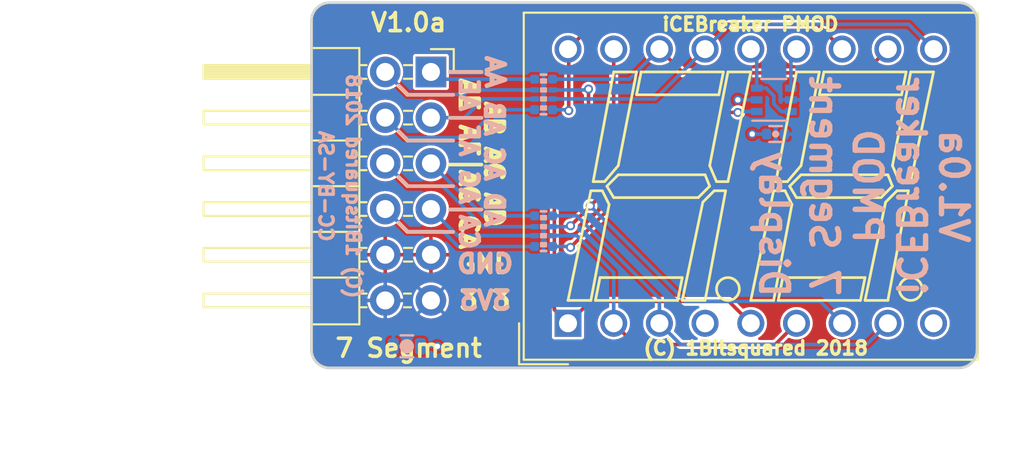
<source format=kicad_pcb>
(kicad_pcb (version 20221018) (generator pcbnew)
  (title_block (title "iCEBreaker PMOD - 7 segment display") (rev "V1.0a") (company "1BitSquared") (comment 1 "(C) 2018 Piotr Esden-Tempski <piotr@esden.net>") (comment 2 "(C) 2018 1BitSquared <info@1bitsquared.com>") (comment 3 "License: CC-BY-SA V4.0"))
  (layers (0 "F.Cu" signal) (31 "B.Cu" signal) (34 "B.Paste" user) (35 "F.Paste" user) (36 "B.SilkS" user "B.Silkscreen") (37 "F.SilkS" user "F.Silkscreen") (38 "B.Mask" user) (39 "F.Mask" user) (44 "Edge.Cuts" user))
  (net 0 "")
  (net 1 "GND")
  (net 2 "+3V3")
  (net 3 "/AEx")
  (net 4 "/ADx")
  (net 5 "/ACx")
  (net 6 "Net-(U1-Pad4)")
  (net 7 "/AGx")
  (net 8 "Net-(U1-Pad9)")
  (net 9 "/ABx")
  (net 10 "/AAx")
  (net 11 "/AFx")
  (net 12 "/CATx")
  (net 13 "/AC")
  (net 14 "/AG")
  (net 15 "/AD")
  (net 16 "/CAT")
  (net 17 "/AF")
  (net 18 "/AB")
  (net 19 "/AE")
  (net 20 "/AA")
  (net 21 "/CAT1")
  (net 22 "/CAT2")
  (footprint "pkl_connectors:PMODHeader_2x06_P2.54mm_Horizontal" (layer "F.Cu") (at 36.64 46.55 180)
    (fp_text reference "J1")
    (fp_text value "PMOD")
    (fp_line (start -1.27 13.97) (end -1.27 12.7) (stroke (width 0.12)) (layer "F.SilkS"))
    (fp_line (start 0 13.97) (end -1.27 13.97) (stroke (width 0.12)) (layer "F.SilkS"))
    (fp_line (start 1.042929 2.16) (end 1.497071 2.16) (stroke (width 0.12)) (layer "F.SilkS"))
    (fp_line (start 1.042929 2.92) (end 1.497071 2.92) (stroke (width 0.12)) (layer "F.SilkS"))
    (fp_line (start 1.042929 4.7) (end 1.497071 4.7) (stroke (width 0.12)) (layer "F.SilkS"))
    (fp_line (start 1.042929 5.46) (end 1.497071 5.46) (stroke (width 0.12)) (layer "F.SilkS"))
    (fp_line (start 1.042929 7.24) (end 1.497071 7.24) (stroke (width 0.12)) (layer "F.SilkS"))
    (fp_line (start 1.042929 8) (end 1.497071 8) (stroke (width 0.12)) (layer "F.SilkS"))
    (fp_line (start 1.042929 9.78) (end 1.497071 9.78) (stroke (width 0.12)) (layer "F.SilkS"))
    (fp_line (start 1.042929 10.54) (end 1.497071 10.54) (stroke (width 0.12)) (layer "F.SilkS"))
    (fp_line (start 1.042929 12.32) (end 1.497071 12.32) (stroke (width 0.12)) (layer "F.SilkS"))
    (fp_line (start 1.042929 13.08) (end 1.497071 13.08) (stroke (width 0.12)) (layer "F.SilkS"))
    (fp_line (start 1.11 -0.38) (end 1.497071 -0.38) (stroke (width 0.12)) (layer "F.SilkS"))
    (fp_line (start 1.11 0.38) (end 1.497071 0.38) (stroke (width 0.12)) (layer "F.SilkS"))
    (fp_line (start 3.582929 -0.38) (end 3.98 -0.38) (stroke (width 0.12)) (layer "F.SilkS"))
    (fp_line (start 3.582929 0.38) (end 3.98 0.38) (stroke (width 0.12)) (layer "F.SilkS"))
    (fp_line (start 3.582929 2.16) (end 3.98 2.16) (stroke (width 0.12)) (layer "F.SilkS"))
    (fp_line (start 3.582929 2.92) (end 3.98 2.92) (stroke (width 0.12)) (layer "F.SilkS"))
    (fp_line (start 3.582929 4.7) (end 3.98 4.7) (stroke (width 0.12)) (layer "F.SilkS"))
    (fp_line (start 3.582929 5.46) (end 3.98 5.46) (stroke (width 0.12)) (layer "F.SilkS"))
    (fp_line (start 3.582929 7.24) (end 3.98 7.24) (stroke (width 0.12)) (layer "F.SilkS"))
    (fp_line (start 3.582929 8) (end 3.98 8) (stroke (width 0.12)) (layer "F.SilkS"))
    (fp_line (start 3.582929 9.78) (end 3.98 9.78) (stroke (width 0.12)) (layer "F.SilkS"))
    (fp_line (start 3.582929 10.54) (end 3.98 10.54) (stroke (width 0.12)) (layer "F.SilkS"))
    (fp_line (start 3.582929 12.32) (end 3.98 12.32) (stroke (width 0.12)) (layer "F.SilkS"))
    (fp_line (start 3.582929 13.08) (end 3.98 13.08) (stroke (width 0.12)) (layer "F.SilkS"))
    (fp_line (start 3.98 -1.33) (end 3.98 14.03) (stroke (width 0.12)) (layer "F.SilkS"))
    (fp_line (start 3.98 1.27) (end 6.64 1.27) (stroke (width 0.12)) (layer "F.SilkS"))
    (fp_line (start 3.98 3.81) (end 6.64 3.81) (stroke (width 0.12)) (layer "F.SilkS"))
    (fp_line (start 3.98 6.35) (end 6.64 6.35) (stroke (width 0.12)) (layer "F.SilkS"))
    (fp_line (start 3.98 8.89) (end 6.64 8.89) (stroke (width 0.12)) (layer "F.SilkS"))
    (fp_line (start 3.98 11.43) (end 6.64 11.43) (stroke (width 0.12)) (layer "F.SilkS"))
    (fp_line (start 3.98 14.03) (end 6.64 14.03) (stroke (width 0.12)) (layer "F.SilkS"))
    (fp_line (start 6.64 -1.33) (end 3.98 -1.33) (stroke (width 0.12)) (layer "F.SilkS"))
    (fp_line (start 6.64 -0.38) (end 12.64 -0.38) (stroke (width 0.12)) (layer "F.SilkS"))
    (fp_line (start 6.64 2.16) (end 12.64 2.16) (stroke (width 0.12)) (layer "F.SilkS"))
    (fp_line (start 6.64 4.7) (end 12.64 4.7) (stroke (width 0.12)) (layer "F.SilkS"))
    (fp_line (start 6.64 7.24) (end 12.64 7.24) (stroke (width 0.12)) (layer "F.SilkS"))
    (fp_line (start 6.64 9.78) (end 12.64 9.78) (stroke (width 0.12)) (layer "F.SilkS"))
    (fp_line (start 6.64 12.32) (end 12.64 12.32) (stroke (width 0.12)) (layer "F.SilkS"))
    (fp_line (start 6.64 12.38) (end 12.64 12.38) (stroke (width 0.12)) (layer "F.SilkS"))
    (fp_line (start 6.64 12.5) (end 12.64 12.5) (stroke (width 0.12)) (layer "F.SilkS"))
    (fp_line (start 6.64 12.62) (end 12.64 12.62) (stroke (width 0.12)) (layer "F.SilkS"))
    (fp_line (start 6.64 12.74) (end 12.64 12.74) (stroke (width 0.12)) (layer "F.SilkS"))
    (fp_line (start 6.64 12.86) (end 12.64 12.86) (stroke (width 0.12)) (layer "F.SilkS"))
    (fp_line (start 6.64 12.98) (end 12.64 12.98) (stroke (width 0.12)) (layer "F.SilkS"))
    (fp_line (start 6.64 14.03) (end 6.64 -1.33) (stroke (width 0.12)) (layer "F.SilkS"))
    (fp_line (start 12.64 -0.38) (end 12.64 0.38) (stroke (width 0.12)) (layer "F.SilkS"))
    (fp_line (start 12.64 0.38) (end 6.64 0.38) (stroke (width 0.12)) (layer "F.SilkS"))
    (fp_line (start 12.64 2.16) (end 12.64 2.92) (stroke (width 0.12)) (layer "F.SilkS"))
    (fp_line (start 12.64 2.92) (end 6.64 2.92) (stroke (width 0.12)) (layer "F.SilkS"))
    (fp_line (start 12.64 4.7) (end 12.64 5.46) (stroke (width 0.12)) (layer "F.SilkS"))
    (fp_line (start 12.64 5.46) (end 6.64 5.46) (stroke (width 0.12)) (layer "F.SilkS"))
    (fp_line (start 12.64 7.24) (end 12.64 8) (stroke (width 0.12)) (layer "F.SilkS"))
    (fp_line (start 12.64 8) (end 6.64 8) (stroke (width 0.12)) (layer "F.SilkS"))
    (fp_line (start 12.64 9.78) (end 12.64 10.54) (stroke (width 0.12)) (layer "F.SilkS"))
    (fp_line (start 12.64 10.54) (end 6.64 10.54) (stroke (width 0.12)) (layer "F.SilkS"))
    (fp_line (start 12.64 12.32) (end 12.64 13.08) (stroke (width 0.12)) (layer "F.SilkS"))
    (fp_line (start 12.64 13.08) (end 6.64 13.08) (stroke (width 0.12)) (layer "F.SilkS"))
    (pad "1" thru_hole rect (at 0 12.7 180) (size 1.7 1.7) (drill 1) (layers "*.Cu" "*.Mask") (net 20 "/AA"))
    (pad "2" thru_hole oval (at 0 10.16 180) (size 1.7 1.7) (drill 1) (layers "*.Cu" "*.Mask") (net 18 "/AB"))
    (pad "3" thru_hole oval (at 0 7.62 180) (size 1.7 1.7) (drill 1) (layers "*.Cu" "*.Mask") (net 13 "/AC"))
    (pad "4" thru_hole oval (at 0 5.08 180) (size 1.7 1.7) (drill 1) (layers "*.Cu" "*.Mask") (net 15 "/AD"))
    (pad "5" thru_hole oval (at 0 2.54 180) (size 1.7 1.7) (drill 1) (layers "*.Cu" "*.Mask") (net 1 "GND"))
    (pad "6" thru_hole circle (at 0 0 180) (size 1.7 1.7) (drill 1) (layers "*.Cu" "*.Mask") (net 2 "+3V3"))
    (pad "7" thru_hole circle (at 2.54 12.7 180) (size 1.7 1.7) (drill 1) (layers "*.Cu" "*.Mask") (net 19 "/AE"))
    (pad "8" thru_hole oval (at 2.54 10.16 180) (size 1.7 1.7) (drill 1) (layers "*.Cu" "*.Mask") (net 17 "/AF"))
    (pad "9" thru_hole oval (at 2.54 7.62 180) (size 1.7 1.7) (drill 1) (layers "*.Cu" "*.Mask") (net 14 "/AG"))
    (pad "10" thru_hole oval (at 2.54 5.08 180) (size 1.7 1.7) (drill 1) (layers "*.Cu" "*.Mask") (net 16 "/CAT"))
    (pad "11" thru_hole oval (at 2.54 2.54 180) (size 1.7 1.7) (drill 1) (layers "*.Cu" "*.Mask") (net 1 "GND"))
    (pad "12" thru_hole oval (at 2.54 0 180) (size 1.7 1.7) (drill 1) (layers "*.Cu" "*.Mask") (net 2 "+3V3"))
  )
  (footprint "pkl_led:LTD-6910HR" (layer "F.Cu") (at 44.26 47.82 90)
    (fp_text reference "U1")
    (fp_text value "LTD-6910HR")
    (fp_line (start -2.28 -2.72) (end 0 -2.72) (stroke (width 0.12)) (layer "F.SilkS"))
    (fp_line (start -2.28 -2.71) (end -2.28 0) (stroke (width 0.12)) (layer "F.SilkS"))
    (fp_line (start -2.025 -2.46) (end 17.265 -2.46) (stroke (width 0.12)) (layer "F.SilkS"))
    (fp_line (start -2.025 22.79) (end -2.025 -2.46) (stroke (width 0.12)) (layer "F.SilkS"))
    (fp_line (start 1.27 0) (end 7.366 1.27) (stroke (width 0.15)) (layer "F.SilkS"))
    (fp_line (start 1.27 1.27) (end 1.27 0) (stroke (width 0.15)) (layer "F.SilkS"))
    (fp_line (start 1.27 1.524) (end 2.54 1.778) (stroke (width 0.15)) (layer "F.SilkS"))
    (fp_line (start 1.27 6.096) (end 1.27 1.524) (stroke (width 0.15)) (layer "F.SilkS"))
    (fp_line (start 1.27 6.35) (end 6.731 7.493) (stroke (width 0.15)) (layer "F.SilkS"))
    (fp_line (start 1.27 7.62) (end 1.27 6.35) (stroke (width 0.15)) (layer "F.SilkS"))
    (fp_line (start 1.27 10.16) (end 7.366 11.43) (stroke (width 0.15)) (layer "F.SilkS"))
    (fp_line (start 1.27 11.43) (end 1.27 10.16) (stroke (width 0.15)) (layer "F.SilkS"))
    (fp_line (start 1.27 11.684) (end 2.54 11.938) (stroke (width 0.15)) (layer "F.SilkS"))
    (fp_line (start 1.27 16.256) (end 1.27 11.684) (stroke (width 0.15)) (layer "F.SilkS"))
    (fp_line (start 1.27 16.51) (end 6.731 17.653) (stroke (width 0.15)) (layer "F.SilkS"))
    (fp_line (start 1.27 17.78) (end 1.27 16.51) (stroke (width 0.15)) (layer "F.SilkS"))
    (fp_line (start 2.54 1.778) (end 2.54 6.35) (stroke (width 0.15)) (layer "F.SilkS"))
    (fp_line (start 2.54 6.35) (end 1.27 6.096) (stroke (width 0.15)) (layer "F.SilkS"))
    (fp_line (start 2.54 11.938) (end 2.54 16.51) (stroke (width 0.15)) (layer "F.SilkS"))
    (fp_line (start 2.54 16.51) (end 1.27 16.256) (stroke (width 0.15)) (layer "F.SilkS"))
    (fp_line (start 6.604 2.286) (end 1.27 1.27) (stroke (width 0.15)) (layer "F.SilkS"))
    (fp_line (start 6.604 12.446) (end 1.27 11.43) (stroke (width 0.15)) (layer "F.SilkS"))
    (fp_line (start 6.985 2.54) (end 7.62 2.159) (stroke (width 0.15)) (layer "F.SilkS"))
    (fp_line (start 6.985 7.239) (end 6.985 2.54) (stroke (width 0.15)) (layer "F.SilkS"))
    (fp_line (start 6.985 12.7) (end 7.62 12.319) (stroke (width 0.15)) (layer "F.SilkS"))
    (fp_line (start 6.985 17.399) (end 6.985 12.7) (stroke (width 0.15)) (layer "F.SilkS"))
    (fp_line (start 7.366 1.27) (end 7.366 1.905) (stroke (width 0.15)) (layer "F.SilkS"))
    (fp_line (start 7.366 1.905) (end 6.604 2.286) (stroke (width 0.15)) (layer "F.SilkS"))
    (fp_line (start 7.366 8.128) (end 6.731 7.493) (stroke (width 0.15)) (layer "F.SilkS"))
    (fp_line (start 7.366 8.763) (end 1.27 7.62) (stroke (width 0.15)) (layer "F.SilkS"))
    (fp_line (start 7.366 8.763) (end 7.366 8.128) (stroke (width 0.15)) (layer "F.SilkS"))
    (fp_line (start 7.366 11.43) (end 7.366 12.065) (stroke (width 0.15)) (layer "F.SilkS"))
    (fp_line (start 7.366 12.065) (end 6.604 12.446) (stroke (width 0.15)) (layer "F.SilkS"))
    (fp_line (start 7.366 18.288) (end 6.731 17.653) (stroke (width 0.15)) (layer "F.SilkS"))
    (fp_line (start 7.366 18.923) (end 1.27 17.78) (stroke (width 0.15)) (layer "F.SilkS"))
    (fp_line (start 7.366 18.923) (end 7.366 18.288) (stroke (width 0.15)) (layer "F.SilkS"))
    (fp_line (start 7.62 2.159) (end 8.255 2.794) (stroke (width 0.15)) (layer "F.SilkS"))
    (fp_line (start 7.62 7.874) (end 6.985 7.239) (stroke (width 0.15)) (layer "F.SilkS"))
    (fp_line (start 7.62 7.874) (end 8.255 7.62) (stroke (width 0.15)) (layer "F.SilkS"))
    (fp_line (start 7.62 12.319) (end 8.255 12.954) (stroke (width 0.15)) (layer "F.SilkS"))
    (fp_line (start 7.62 18.034) (end 6.985 17.399) (stroke (width 0.15)) (layer "F.SilkS"))
    (fp_line (start 7.62 18.034) (end 8.255 17.78) (stroke (width 0.15)) (layer "F.SilkS"))
    (fp_line (start 7.874 1.397) (end 7.874 2.032) (stroke (width 0.15)) (layer "F.SilkS"))
    (fp_line (start 7.874 1.397) (end 13.97 2.54) (stroke (width 0.15)) (layer "F.SilkS"))
    (fp_line (start 7.874 2.032) (end 8.763 2.794) (stroke (width 0.15)) (layer "F.SilkS"))
    (fp_line (start 7.874 8.255) (end 8.763 7.874) (stroke (width 0.15)) (layer "F.SilkS"))
    (fp_line (start 7.874 8.89) (end 7.874 8.255) (stroke (width 0.15)) (layer "F.SilkS"))
    (fp_line (start 7.874 11.557) (end 7.874 12.192) (stroke (width 0.15)) (layer "F.SilkS"))
    (fp_line (start 7.874 11.557) (end 13.97 12.7) (stroke (width 0.15)) (layer "F.SilkS"))
    (fp_line (start 7.874 12.192) (end 8.763 12.954) (stroke (width 0.15)) (layer "F.SilkS"))
    (fp_line (start 7.874 18.415) (end 8.763 18.034) (stroke (width 0.15)) (layer "F.SilkS"))
    (fp_line (start 7.874 19.05) (end 7.874 18.415) (stroke (width 0.15)) (layer "F.SilkS"))
    (fp_line (start 8.255 2.794) (end 8.255 7.62) (stroke (width 0.15)) (layer "F.SilkS"))
    (fp_line (start 8.255 12.954) (end 8.255 17.78) (stroke (width 0.15)) (layer "F.SilkS"))
    (fp_line (start 8.763 7.874) (end 13.97 8.89) (stroke (width 0.15)) (layer "F.SilkS"))
    (fp_line (start 8.763 18.034) (end 13.97 19.05) (stroke (width 0.15)) (layer "F.SilkS"))
    (fp_line (start 12.7 3.81) (end 13.97 4.064) (stroke (width 0.15)) (layer "F.SilkS"))
    (fp_line (start 12.7 8.382) (end 12.7 3.81) (stroke (width 0.15)) (layer "F.SilkS"))
    (fp_line (start 12.7 13.97) (end 13.97 14.224) (stroke (width 0.15)) (layer "F.SilkS"))
    (fp_line (start 12.7 18.542) (end 12.7 13.97) (stroke (width 0.15)) (layer "F.SilkS"))
    (fp_line (start 13.97 2.54) (end 13.97 3.81) (stroke (width 0.15)) (layer "F.SilkS"))
    (fp_line (start 13.97 3.81) (end 8.763 2.794) (stroke (width 0.15)) (layer "F.SilkS"))
    (fp_line (start 13.97 4.064) (end 13.97 8.636) (stroke (width 0.15)) (layer "F.SilkS"))
    (fp_line (start 13.97 8.636) (end 12.7 8.382) (stroke (width 0.15)) (layer "F.SilkS"))
    (fp_line (start 13.97 8.89) (end 13.97 10.16) (stroke (width 0.15)) (layer "F.SilkS"))
    (fp_line (start 13.97 10.16) (end 7.874 8.89) (stroke (width 0.15)) (layer "F.SilkS"))
    (fp_line (start 13.97 12.7) (end 13.97 13.97) (stroke (width 0.15)) (layer "F.SilkS"))
    (fp_line (start 13.97 13.97) (end 8.763 12.954) (stroke (width 0.15)) (layer "F.SilkS"))
    (fp_line (start 13.97 14.224) (end 13.97 18.796) (stroke (width 0.15)) (layer "F.SilkS"))
    (fp_line (start 13.97 18.796) (end 12.7 18.542) (stroke (width 0.15)) (layer "F.SilkS"))
    (fp_line (start 13.97 19.05) (end 13.97 20.32) (stroke (width 0.15)) (layer "F.SilkS"))
    (fp_line (start 13.97 20.32) (end 7.874 19.05) (stroke (width 0.15)) (layer "F.SilkS"))
    (fp_line (start 17.265 -2.46) (end 17.265 22.79) (stroke (width 0.12)) (layer "F.SilkS"))
    (fp_line (start 17.265 22.79) (end -2.025 22.79) (stroke (width 0.12)) (layer "F.SilkS"))
    (fp_circle (center 1.905 8.89) (end 2.54 8.89) (stroke (width 0.15)) (fill none) (layer "F.SilkS"))
    (fp_circle (center 1.905 19.05) (end 2.54 19.05) (stroke (width 0.15)) (fill none) (layer "F.SilkS"))
    (pad "1" thru_hole rect (at 0 0 90) (size 1.5 1.5) (drill 1) (layers "*.Cu" "*.Mask") (net 3 "/AEx"))
    (pad "2" thru_hole circle (at 0 2.54 90) (size 1.5 1.5) (drill 1) (layers "*.Cu" "*.Mask") (net 4 "/ADx"))
    (pad "3" thru_hole circle (at 0 5.08 90) (size 1.5 1.5) (drill 1) (layers "*.Cu" "*.Mask") (net 5 "/ACx"))
    (pad "4" thru_hole circle (at 0 7.62 90) (size 1.5 1.5) (drill 1) (layers "*.Cu" "*.Mask") (net 6 "Net-(U1-Pad4)"))
    (pad "5" thru_hole circle (at 0 10.16 90) (size 1.5 1.5) (drill 1) (layers "*.Cu" "*.Mask") (net 3 "/AEx"))
    (pad "6" thru_hole circle (at 0 12.7 90) (size 1.5 1.5) (drill 1) (layers "*.Cu" "*.Mask") (net 4 "/ADx"))
    (pad "7" thru_hole circle (at 0 15.24 90) (size 1.5 1.5) (drill 1) (layers "*.Cu" "*.Mask") (net 7 "/AGx"))
    (pad "8" thru_hole circle (at 0 17.78 90) (size 1.5 1.5) (drill 1) (layers "*.Cu" "*.Mask") (net 5 "/ACx"))
    (pad "9" thru_hole circle (at 0 20.32 90) (size 1.5 1.5) (drill 1) (layers "*.Cu" "*.Mask") (net 8 "Net-(U1-Pad9)"))
    (pad "10" thru_hole circle (at 15.24 20.32 90) (size 1.5 1.5) (drill 1) (layers "*.Cu" "*.Mask") (net 9 "/ABx"))
    (pad "11" thru_hole circle (at 15.24 17.78 90) (size 1.5 1.5) (drill 1) (layers "*.Cu" "*.Mask") (net 10 "/AAx"))
    (pad "12" thru_hole circle (at 15.24 15.24 90) (size 1.5 1.5) (drill 1) (layers "*.Cu" "*.Mask") (net 11 "/AFx"))
    (pad "13" thru_hole circle (at 15.24 12.7 90) (size 1.5 1.5) (drill 1) (layers "*.Cu" "*.Mask") (net 22 "/CAT2"))
    (pad "14" thru_hole circle (at 15.24 10.16 90) (size 1.5 1.5) (drill 1) (layers "*.Cu" "*.Mask") (net 21 "/CAT1"))
    (pad "15" thru_hole circle (at 15.24 7.62 90) (size 1.5 1.5) (drill 1) (layers "*.Cu" "*.Mask") (net 9 "/ABx"))
    (pad "16" thru_hole circle (at 15.24 5.08 90) (size 1.5 1.5) (drill 1) (layers "*.Cu" "*.Mask") (net 10 "/AAx"))
    (pad "17" thru_hole circle (at 15.24 2.54 90) (size 1.5 1.5) (drill 1) (layers "*.Cu" "*.Mask") (net 7 "/AGx"))
    (pad "18" thru_hole circle (at 15.24 0 90) (size 1.5 1.5) (drill 1) (layers "*.Cu" "*.Mask") (net 11 "/AFx"))
  )
  (footprint "pkl_dipol:R_Array_Convex_4x0402" (layer "B.Cu") (at 42.9 42.7 180)
    (fp_text reference "R1")
    (fp_text value "330E")
    (fp_line (start 0.15 -1.1) (end -0.15 -1.1) (stroke (width 0.15)) (layer "B.SilkS"))
    (fp_line (start 0.15 1.1) (end -0.15 1.1) (stroke (width 0.15)) (layer "B.SilkS"))
    (fp_poly (pts (xy -0.175 -0.625) (xy 0.175 -0.625) (xy 0.175 -0.875) (xy -0.175 -0.875)) (stroke (width 0.05)) (fill solid) (layer "B.SilkS"))
    (fp_poly (pts (xy -0.175 -0.125) (xy 0.175 -0.125) (xy 0.175 -0.375) (xy -0.175 -0.375)) (stroke (width 0.05)) (fill solid) (layer "B.SilkS"))
    (fp_poly (pts (xy -0.175 0.375) (xy 0.175 0.375) (xy 0.175 0.125) (xy -0.175 0.125)) (stroke (width 0.05)) (fill solid) (layer "B.SilkS"))
    (fp_poly (pts (xy -0.175 0.875) (xy 0.175 0.875) (xy 0.175 0.625) (xy -0.175 0.625)) (stroke (width 0.05)) (fill solid) (layer "B.SilkS"))
    (pad "1" smd roundrect (at -0.5 0.85 180) (size 0.5 0.5) (layers "B.Cu" "B.Paste" "B.Mask") (net 5 "/ACx"))
    (pad "2" smd roundrect (at 0.5 0.85 180) (size 0.5 0.5) (layers "B.Cu" "B.Paste" "B.Mask") (net 13 "/AC"))
    (pad "3" smd roundrect (at -0.5 0.25 180) (size 0.5 0.3) (layers "B.Cu" "B.Paste" "B.Mask") (net 7 "/AGx"))
    (pad "4" smd roundrect (at 0.5 0.25 180) (size 0.5 0.3) (layers "B.Cu" "B.Paste" "B.Mask") (net 14 "/AG"))
    (pad "5" smd roundrect (at -0.5 -0.25 180) (size 0.5 0.3) (layers "B.Cu" "B.Paste" "B.Mask") (net 4 "/ADx"))
    (pad "6" smd roundrect (at 0.5 -0.25 180) (size 0.5 0.3) (layers "B.Cu" "B.Paste" "B.Mask") (net 15 "/AD"))
    (pad "7" smd roundrect (at -0.5 -0.85 180) (size 0.5 0.5) (layers "B.Cu" "B.Paste" "B.Mask") (net 12 "/CATx"))
    (pad "8" smd roundrect (at 0.5 -0.85 180) (size 0.5 0.5) (layers "B.Cu" "B.Paste" "B.Mask") (net 16 "/CAT"))
  )
  (footprint "pkl_dipol:R_Array_Convex_4x0402" (layer "B.Cu") (at 42.9 35.1 180)
    (fp_text reference "R2")
    (fp_text value "330E")
    (fp_line (start 0.15 -1.1) (end -0.15 -1.1) (stroke (width 0.15)) (layer "B.SilkS"))
    (fp_line (start 0.15 1.1) (end -0.15 1.1) (stroke (width 0.15)) (layer "B.SilkS"))
    (fp_poly (pts (xy -0.175 -0.625) (xy 0.175 -0.625) (xy 0.175 -0.875) (xy -0.175 -0.875)) (stroke (width 0.05)) (fill solid) (layer "B.SilkS"))
    (fp_poly (pts (xy -0.175 -0.125) (xy 0.175 -0.125) (xy 0.175 -0.375) (xy -0.175 -0.375)) (stroke (width 0.05)) (fill solid) (layer "B.SilkS"))
    (fp_poly (pts (xy -0.175 0.375) (xy 0.175 0.375) (xy 0.175 0.125) (xy -0.175 0.125)) (stroke (width 0.05)) (fill solid) (layer "B.SilkS"))
    (fp_poly (pts (xy -0.175 0.875) (xy 0.175 0.875) (xy 0.175 0.625) (xy -0.175 0.625)) (stroke (width 0.05)) (fill solid) (layer "B.SilkS"))
    (pad "1" smd roundrect (at -0.5 0.85 180) (size 0.5 0.5) (layers "B.Cu" "B.Paste" "B.Mask") (net 10 "/AAx"))
    (pad "2" smd roundrect (at 0.5 0.85 180) (size 0.5 0.5) (layers "B.Cu" "B.Paste" "B.Mask") (net 20 "/AA"))
    (pad "3" smd roundrect (at -0.5 0.25 180) (size 0.5 0.3) (layers "B.Cu" "B.Paste" "B.Mask") (net 3 "/AEx"))
    (pad "4" smd roundrect (at 0.5 0.25 180) (size 0.5 0.3) (layers "B.Cu" "B.Paste" "B.Mask") (net 19 "/AE"))
    (pad "5" smd roundrect (at -0.5 -0.25 180) (size 0.5 0.3) (layers "B.Cu" "B.Paste" "B.Mask") (net 9 "/ABx"))
    (pad "6" smd roundrect (at 0.5 -0.25 180) (size 0.5 0.3) (layers "B.Cu" "B.Paste" "B.Mask") (net 18 "/AB"))
    (pad "7" smd roundrect (at -0.5 -0.85 180) (size 0.5 0.5) (layers "B.Cu" "B.Paste" "B.Mask") (net 11 "/AFx"))
    (pad "8" smd roundrect (at 0.5 -0.85 180) (size 0.5 0.5) (layers "B.Cu" "B.Paste" "B.Mask") (net 17 "/AF"))
  )
  (footprint "pkl_dipol:C_0603" (layer "B.Cu") (at 35.3 49.1)
    (fp_text reference "C1")
    (fp_text value "10u")
    (fp_line (start -0.35 0.61) (end 0.35 0.61) (stroke (width 0.13)) (layer "B.SilkS"))
    (fp_line (start 0.35 -0.61) (end -0.35 -0.61) (stroke (width 0.13)) (layer "B.SilkS"))
    (fp_circle (center 0 0) (end 0.2 0) (stroke (width 0.4)) (fill none) (layer "B.SilkS"))
    (pad "1" smd roundrect (at -0.75 0) (size 0.6 0.9) (layers "B.Cu" "B.Paste" "B.Mask") (net 2 "+3V3"))
    (pad "2" smd roundrect (at 0.75 0) (size 0.6 0.9) (layers "B.Cu" "B.Paste" "B.Mask") (net 1 "GND"))
  )
  (footprint "Package_TO_SOT_SMD:SOT-363_SC-70-6" (layer "B.Cu") (at 55.7 35.4)
    (fp_text reference "U2")
    (fp_text value "NL27WZ14")
    (fp_line (start -0.7 -1.16) (end 0.7 -1.16) (stroke (width 0.12)) (layer "B.SilkS"))
    (fp_line (start 0.7 1.16) (end -1.2 1.16) (stroke (width 0.12)) (layer "B.SilkS"))
    (pad "1" smd rect (at -0.95 0.65) (size 0.65 0.4) (layers "B.Cu" "B.Paste" "B.Mask") (net 12 "/CATx"))
    (pad "2" smd rect (at -0.95 0) (size 0.65 0.4) (layers "B.Cu" "B.Paste" "B.Mask") (net 1 "GND"))
    (pad "3" smd rect (at -0.95 -0.65) (size 0.65 0.4) (layers "B.Cu" "B.Paste" "B.Mask") (net 21 "/CAT1"))
    (pad "4" smd rect (at 0.95 -0.65) (size 0.65 0.4) (layers "B.Cu" "B.Paste" "B.Mask") (net 22 "/CAT2"))
    (pad "5" smd rect (at 0.95 0) (size 0.65 0.4) (layers "B.Cu" "B.Paste" "B.Mask") (net 2 "+3V3"))
    (pad "6" smd rect (at 0.95 0.65) (size 0.65 0.4) (layers "B.Cu" "B.Paste" "B.Mask") (net 21 "/CAT1"))
  )
  (footprint "pkl_dipol:C_0402" (layer "B.Cu") (at 55.799999 37.3 180)
    (fp_text reference "C2")
    (fp_text value "100n")
    (fp_line (start -0.35 0.44) (end 0.35 0.44) (stroke (width 0.13)) (layer "B.SilkS"))
    (fp_line (start 0.35 -0.44) (end -0.35 -0.44) (stroke (width 0.13)) (layer "B.SilkS"))
    (fp_circle (center 0 0) (end 0.1 0) (stroke (width 0.2)) (fill none) (layer "B.SilkS"))
    (pad "1" smd roundrect (at -0.5 0 180) (size 0.5 0.6) (layers "B.Cu" "B.Paste" "B.Mask") (net 2 "+3V3"))
    (pad "2" smd roundrect (at 0.5 0 180) (size 0.5 0.6) (layers "B.Cu" "B.Paste" "B.Mask") (net 1 "GND"))
  )
  (gr_line (start 37.7 41.5) (end 39.45 41.5) (stroke (width 0.2)) (layer "B.SilkS"))
  (gr_line (start 37.7 36.4) (end 39.45 36.4) (stroke (width 0.2)) (layer "B.SilkS"))
  (gr_line (start 37.7 33.85) (end 39.45 33.85) (stroke (width 0.2)) (layer "B.SilkS"))
  (gr_line (start 35.37 35.12) (end 37.874 35.12) (stroke (width 0.2)) (layer "B.SilkS"))
  (gr_line (start 34.862 34.612) (end 35.37 35.12) (stroke (width 0.2)) (layer "B.SilkS"))
  (gr_line (start 35.37 37.66) (end 37.874 37.66) (stroke (width 0.2)) (layer "B.SilkS"))
  (gr_line (start 34.862 37.152) (end 35.37 37.66) (stroke (width 0.2)) (layer "B.SilkS"))
  (gr_line (start 35.37 40.2) (end 37.874 40.2) (stroke (width 0.2)) (layer "B.SilkS"))
  (gr_line (start 34.862 39.692) (end 35.37 40.2) (stroke (width 0.2)) (layer "B.SilkS"))
  (gr_line (start 35.37 42.74) (end 37.874 42.74) (stroke (width 0.2)) (layer "B.SilkS"))
  (gr_line (start 34.862 42.232) (end 35.37 42.74) (stroke (width 0.2)) (layer "B.SilkS"))
  (gr_line (start 35.334 42.74) (end 37.874 42.74) (stroke (width 0.2)) (layer "F.SilkS"))
  (gr_line (start 34.826 42.232) (end 35.334 42.74) (stroke (width 0.2)) (layer "F.SilkS"))
  (gr_line (start 37.7 36.4) (end 39.45 36.4) (stroke (width 0.2)) (layer "F.SilkS"))
  (gr_line (start 35.334 40.2) (end 37.874 40.2) (stroke (width 0.2)) (layer "F.SilkS"))
  (gr_line (start 37.7 41.5) (end 39.45 41.5) (stroke (width 0.2)) (layer "F.SilkS"))
  (gr_line (start 35.334 37.66) (end 37.874 37.66) (stroke (width 0.2)) (layer "F.SilkS"))
  (gr_line (start 35.334 35.12) (end 37.874 35.12) (stroke (width 0.2)) (layer "F.SilkS"))
  (gr_line (start 37.7 33.85) (end 39.45 33.85) (stroke (width 0.2)) (layer "F.SilkS"))
  (gr_line (start 34.826 37.152) (end 35.334 37.66) (stroke (width 0.2)) (layer "F.SilkS"))
  (gr_line (start 34.826 39.692) (end 35.334 40.2) (stroke (width 0.2)) (layer "F.SilkS"))
  (gr_line (start 37.7 39) (end 39.45 39) (stroke (width 0.2)) (layer "F.SilkS"))
  (gr_line (start 34.826 34.612) (end 35.334 35.12) (stroke (width 0.2)) (layer "F.SilkS"))
  (gr_line (start 67 31) (end 67 49.3) (stroke (width 0.15)) (layer "Edge.Cuts"))
  (gr_arc (start 66 30) (mid 66.707107 30.292893) (end 67 31) (stroke (width 0.15)) (layer "Edge.Cuts"))
  (gr_arc (start 67 49.3) (mid 66.707107 50.007107) (end 66 50.3) (stroke (width 0.15)) (layer "Edge.Cuts"))
  (gr_line (start 30 49.3) (end 30 31) (stroke (width 0.15)) (layer "Edge.Cuts"))
  (gr_arc (start 31 50.3) (mid 30.292893 50.007107) (end 30 49.3) (stroke (width 0.15)) (layer "Edge.Cuts"))
  (gr_line (start 66 50.3) (end 31 50.3) (stroke (width 0.15)) (layer "Edge.Cuts"))
  (gr_line (start 31 30) (end 66 30) (stroke (width 0.15)) (layer "Edge.Cuts"))
  (gr_arc (start 30 31) (mid 30.292893 30.292893) (end 31 30) (stroke (width 0.15)) (layer "Edge.Cuts"))
  (gr_text "iCEBreaker\nPMOD\n7 Segment" (at 60.9 40.2 270) (layer "B.SilkS") (effects (font (size 1.5 1.5) (thickness 0.3)) (justify mirror)))
  (gr_text "V1.0a" (at 65.7 40.2 270) (layer "B.SilkS") (effects (font (size 1.5 1.5) (thickness 0.3)) (justify mirror)))
  (gr_text "Display" (at 55.7 42.3 270) (layer "B.SilkS") (effects (font (size 1.5 1.5) (thickness 0.3)) (justify mirror)))
  (gr_text "CA" (at 38.75 42.74 270) (layer "B.SilkS") (effects (font (size 1 1) (thickness 0.25)) (justify mirror)))
  (gr_text "GND" (at 39.652 44.518) (layer "B.SilkS") (effects (font (size 1 1) (thickness 0.25)) (justify mirror)))
  (gr_text "3V3" (at 39.652 46.55) (layer "B.SilkS") (effects (font (size 1 1) (thickness 0.25)) (justify mirror)))
  (gr_text "AD" (at 40.15 41.5 270) (layer "B.SilkS") (effects (font (size 1 1) (thickness 0.25)) (justify mirror)))
  (gr_text "AG" (at 38.75 40.24 270) (layer "B.SilkS") (effects (font (size 1 1) (thickness 0.25)) (justify mirror)))
  (gr_text "AC" (at 40.15 38.95 270) (layer "B.SilkS") (effects (font (size 1 1) (thickness 0.25)) (justify mirror)))
  (gr_text "AF" (at 38.75 37.66 270) (layer "B.SilkS") (effects (font (size 1 1) (thickness 0.25)) (justify mirror)))
  (gr_text "AB" (at 40.15 36.45 270) (layer "B.SilkS") (effects (font (size 1 1) (thickness 0.25)) (justify mirror)))
  (gr_text "AE" (at 38.75 35.12 270) (layer "B.SilkS") (effects (font (size 1 1) (thickness 0.25)) (justify mirror)))
  (gr_text "AA" (at 40.2 33.85 270) (layer "B.SilkS") (effects (font (size 1 1) (thickness 0.25)) (justify mirror)))
  (gr_text "(C) 1Bitsquared 2018" (at 32.322 40.2 270) (layer "B.SilkS") (effects (font (size 0.75 0.75) (thickness 0.1875)) (justify mirror)))
  (gr_text "CC-BY-SA" (at 30.798 40.2 270) (layer "B.SilkS") (effects (font (size 0.75 0.75) (thickness 0.1875)) (justify mirror)))
  (gr_text "V1.0a" (at 35.4 31.1) (layer "F.SilkS") (effects (font (size 1 1) (thickness 0.2))))
  (gr_text "7 Segment" (at 35.4 49.2) (layer "F.SilkS") (effects (font (size 1 1) (thickness 0.2))))
  (gr_text "iCEBreaker PMOD" (at 54.4 31.2) (layer "F.SilkS") (effects (font (size 0.75 0.75) (thickness 0.1875))))
  (gr_text "AA" (at 40.2 33.85 270) (layer "F.SilkS") (effects (font (size 1 1) (thickness 0.25))))
  (gr_text "AF" (at 38.75 37.66 270) (layer "F.SilkS") (effects (font (size 1 1) (thickness 0.25))))
  (gr_text "AB" (at 40.15 36.45 270) (layer "F.SilkS") (effects (font (size 1 1) (thickness 0.25))))
  (gr_text "AG" (at 38.75 40.24 270) (layer "F.SilkS") (effects (font (size 1 1) (thickness 0.25))))
  (gr_text "CA" (at 38.75 42.74 270) (layer "F.SilkS") (effects (font (size 1 1) (thickness 0.25))))
  (gr_text "AC" (at 40.15 38.95 270) (layer "F.SilkS") (effects (font (size 1 1) (thickness 0.25))))
  (gr_text "AD" (at 40.15 41.5 270) (layer "F.SilkS") (effects (font (size 1 1) (thickness 0.25))))
  (gr_text "(C) 1Bitsquared 2018" (at 54.7 49.2) (layer "F.SilkS") (effects (font (size 0.75 0.75) (thickness 0.1875))))
  (gr_text "GND" (at 39.652 44.518) (layer "F.SilkS") (effects (font (size 1 1) (thickness 0.25))))
  (gr_text "3V3" (at 39.652 46.55) (layer "F.SilkS") (effects (font (size 1 1) (thickness 0.25))))
  (gr_text "AE" (at 38.75 35.12 270) (layer "F.SilkS") (effects (font (size 1 1) (thickness 0.25))))
  (via (at 54.5 37.3) (size 0.5) (drill 0.3) (layers "F.Cu" "B.Cu") (net 1))
  (via (at 53.7 35.4) (size 0.5) (drill 0.3) (layers "F.Cu" "B.Cu") (net 1))
  (via (at 37 49.1) (size 0.5) (drill 0.3) (layers "F.Cu" "B.Cu") (net 1))
  (segment (start 54.75 35.4) (end 53.7 35.4) (width 0.2) (layer "B.Cu") (net 1))
  (segment (start 36.05 49.1) (end 37 49.1) (width 0.2) (layer "B.Cu") (net 1))
  (segment (start 55.299999 37.3) (end 54.5 37.3) (width 0.2) (layer "B.Cu") (net 1))
  (segment (start 57.6 36.8) (end 57.6 35.825) (width 0.2) (layer "B.Cu") (net 2))
  (segment (start 56.299999 37.3) (end 57.1 37.3) (width 0.2) (layer "B.Cu") (net 2))
  (segment (start 57.1 37.3) (end 57.6 36.8) (width 0.2) (layer "B.Cu") (net 2))
  (segment (start 57.175 35.4) (end 56.65 35.4) (width 0.2) (layer "B.Cu") (net 2))
  (segment (start 57.6 35.825) (end 57.175 35.4) (width 0.2) (layer "B.Cu") (net 2))
  (segment (start 45.5 46.6) (end 53.2 46.6) (width 0.2) (layer "F.Cu") (net 3))
  (segment (start 53.670001 47.070001) (end 54.42 47.82) (width 0.2) (layer "F.Cu") (net 3))
  (segment (start 45.4 36.5) (end 45.4 34.8) (width 0.2) (layer "F.Cu") (net 3))
  (segment (start 43.5 47.06) (end 43.5 38.4) (width 0.2) (layer "F.Cu") (net 3))
  (segment (start 44.26 47.82) (end 43.5 47.06) (width 0.2) (layer "F.Cu") (net 3))
  (segment (start 53.2 46.6) (end 53.670001 47.070001) (width 0.2) (layer "F.Cu") (net 3))
  (segment (start 43.5 38.4) (end 45.4 36.5) (width 0.2) (layer "F.Cu") (net 3))
  (segment (start 44.28 47.82) (end 45.5 46.6) (width 0.2) (layer "F.Cu") (net 3))
  (segment (start 44.26 47.82) (end 44.28 47.82) (width 0.2) (layer "F.Cu") (net 3))
  (via (at 45.4 34.8) (size 0.5) (drill 0.3) (layers "F.Cu" "B.Cu") (net 3))
  (segment (start 45.35 34.85) (end 45.4 34.8) (width 0.2) (layer "B.Cu") (net 3))
  (segment (start 43.4 34.85) (end 45.35 34.85) (width 0.2) (layer "B.Cu") (net 3))
  (segment (start 55.78 49) (end 56.210001 48.569999) (width 0.2) (layer "F.Cu") (net 4))
  (segment (start 47.98 49) (end 55.78 49) (width 0.2) (layer "F.Cu") (net 4))
  (segment (start 56.210001 48.569999) (end 56.96 47.82) (width 0.2) (layer "F.Cu") (net 4))
  (segment (start 46.8 47.82) (end 47.98 49) (width 0.2) (layer "F.Cu") (net 4))
  (segment (start 44.75 42.95) (end 43.4 42.95) (width 0.2) (layer "B.Cu") (net 4))
  (segment (start 46.8 47.82) (end 46.8 45) (width 0.2) (layer "B.Cu") (net 4))
  (segment (start 46.8 45) (end 44.75 42.95) (width 0.2) (layer "B.Cu") (net 4))
  (segment (start 61.290001 48.569999) (end 62.04 47.82) (width 0.2) (layer "B.Cu") (net 5))
  (segment (start 60.86 49) (end 61.290001 48.569999) (width 0.2) (layer "B.Cu") (net 5))
  (segment (start 49.34 47.82) (end 49.34 46.44) (width 0.2) (layer "B.Cu") (net 5))
  (segment (start 50.52 49) (end 60.86 49) (width 0.2) (layer "B.Cu") (net 5))
  (segment (start 44.75 41.85) (end 43.4 41.85) (width 0.2) (layer "B.Cu") (net 5))
  (segment (start 49.34 46.44) (end 44.75 41.85) (width 0.2) (layer "B.Cu") (net 5))
  (segment (start 49.34 47.82) (end 50.52 49) (width 0.2) (layer "B.Cu") (net 5))
  (segment (start 46.8 40) (end 46.8 32.58) (width 0.2) (layer "F.Cu") (net 7))
  (segment (start 45.5 41.3) (end 46.8 40) (width 0.2) (layer "F.Cu") (net 7))
  (segment (start 44.4 42.4) (end 45.5 41.3) (width 0.2) (layer "F.Cu") (net 7))
  (via (at 45.5 41.3) (size 0.5) (drill 0.3) (layers "F.Cu" "B.Cu") (net 7))
  (via (at 44.4 42.4) (size 0.5) (drill 0.3) (layers "F.Cu" "B.Cu") (net 7))
  (segment (start 58.28 46.6) (end 50.8 46.6) (width 0.2) (layer "B.Cu") (net 7))
  (segment (start 44.35 42.45) (end 44.4 42.4) (width 0.2) (layer "B.Cu") (net 7))
  (segment (start 59.5 47.82) (end 58.28 46.6) (width 0.2) (layer "B.Cu") (net 7))
  (segment (start 43.4 42.45) (end 44.35 42.45) (width 0.2) (layer "B.Cu") (net 7))
  (segment (start 50.8 46.6) (end 45.5 41.3) (width 0.2) (layer "B.Cu") (net 7))
  (segment (start 53.26 31.2) (end 63.2 31.2) (width 0.2) (layer "B.Cu") (net 9))
  (segment (start 49.11 35.35) (end 51.88 32.58) (width 0.2) (layer "B.Cu") (net 9))
  (segment (start 51.88 32.58) (end 53.26 31.2) (width 0.2) (layer "B.Cu") (net 9))
  (segment (start 43.4 35.35) (end 49.11 35.35) (width 0.2) (layer "B.Cu") (net 9))
  (segment (start 63.2 31.2) (end 63.830001 31.830001) (width 0.2) (layer "B.Cu") (net 9))
  (segment (start 63.830001 31.830001) (end 64.58 32.58) (width 0.2) (layer "B.Cu") (net 9))
  (segment (start 49.34 32.58) (end 50.66 33.9) (width 0.2) (layer "F.Cu") (net 10))
  (segment (start 60.72 33.9) (end 61.290001 33.329999) (width 0.2) (layer "F.Cu") (net 10))
  (segment (start 61.290001 33.329999) (end 62.04 32.58) (width 0.2) (layer "F.Cu") (net 10))
  (segment (start 50.66 33.9) (end 60.72 33.9) (width 0.2) (layer "F.Cu") (net 10))
  (segment (start 43.4 34.25) (end 47.67 34.25) (width 0.2) (layer "B.Cu") (net 10))
  (segment (start 47.67 34.25) (end 49.34 32.58) (width 0.2) (layer "B.Cu") (net 10))
  (segment (start 44.3 32.62) (end 44.26 32.58) (width 0.2) (layer "F.Cu") (net 11))
  (segment (start 44.3 36) (end 44.3 32.62) (width 0.2) (layer "F.Cu") (net 11))
  (segment (start 44.26 32.58) (end 45.64 31.2) (width 0.2) (layer "F.Cu") (net 11))
  (segment (start 58.12 31.2) (end 59.5 32.58) (width 0.2) (layer "F.Cu") (net 11))
  (segment (start 45.64 31.2) (end 58.12 31.2) (width 0.2) (layer "F.Cu") (net 11))
  (via (at 44.3 36) (size 0.5) (drill 0.3) (layers "F.Cu" "B.Cu") (net 11))
  (segment (start 43.4 35.95) (end 44.25 35.95) (width 0.2) (layer "B.Cu") (net 11))
  (segment (start 44.25 35.95) (end 44.3 36) (width 0.2) (layer "B.Cu") (net 11))
  (segment (start 44.4 43.6) (end 51.9 36.1) (width 0.2) (layer "F.Cu") (net 12))
  (segment (start 51.9 36.1) (end 53.7 36.1) (width 0.2) (layer "F.Cu") (net 12))
  (via (at 53.7 36.1) (size 0.5) (drill 0.3) (layers "F.Cu" "B.Cu") (net 12))
  (via (at 44.4 43.6) (size 0.5) (drill 0.3) (layers "F.Cu" "B.Cu") (net 12))
  (segment (start 44.35 43.55) (end 44.4 43.6) (width 0.2) (layer "B.Cu") (net 12))
  (segment (start 54.75 36.05) (end 53.75 36.05) (width 0.2) (layer "B.Cu") (net 12))
  (segment (start 43.4 43.55) (end 44.35 43.55) (width 0.2) (layer "B.Cu") (net 12))
  (segment (start 53.75 36.05) (end 53.7 36.1) (width 0.2) (layer "B.Cu") (net 12))
  (segment (start 39.56 41.85) (end 36.64 38.93) (width 0.2) (layer "B.Cu") (net 13))
  (segment (start 42.4 41.85) (end 39.56 41.85) (width 0.2) (layer "B.Cu") (net 13))
  (segment (start 35.37 40.2) (end 34.949999 39.779999) (width 0.2) (layer "B.Cu") (net 14))
  (segment (start 37.3 40.2) (end 35.37 40.2) (width 0.2) (layer "B.Cu") (net 14))
  (segment (start 39.55 42.45) (end 37.3 40.2) (width 0.2) (layer "B.Cu") (net 14))
  (segment (start 42.4 42.45) (end 39.55 42.45) (width 0.2) (layer "B.Cu") (net 14))
  (segment (start 34.949999 39.779999) (end 34.1 38.93) (width 0.2) (layer "B.Cu") (net 14))
  (segment (start 38.12 42.95) (end 36.64 41.47) (width 0.2) (layer "B.Cu") (net 15))
  (segment (start 42.4 42.95) (end 38.12 42.95) (width 0.2) (layer "B.Cu") (net 15))
  (segment (start 37.3 42.7) (end 35.33 42.7) (width 0.2) (layer "B.Cu") (net 16))
  (segment (start 42.4 43.55) (end 38.15 43.55) (width 0.2) (layer "B.Cu") (net 16))
  (segment (start 38.15 43.55) (end 37.3 42.7) (width 0.2) (layer "B.Cu") (net 16))
  (segment (start 35.33 42.7) (end 34.949999 42.319999) (width 0.2) (layer "B.Cu") (net 16))
  (segment (start 34.949999 42.319999) (end 34.1 41.47) (width 0.2) (layer "B.Cu") (net 16))
  (segment (start 42.4 35.95) (end 40.25 35.95) (width 0.2) (layer "B.Cu") (net 17))
  (segment (start 35.21 37.5) (end 34.1 36.39) (width 0.2) (layer "B.Cu") (net 17))
  (segment (start 38.7 37.5) (end 35.21 37.5) (width 0.2) (layer "B.Cu") (net 17))
  (segment (start 40.25 35.95) (end 38.7 37.5) (width 0.2) (layer "B.Cu") (net 17))
  (segment (start 42.4 35.35) (end 39.55 35.35) (width 0.2) (layer "B.Cu") (net 18))
  (segment (start 39.55 35.35) (end 38.51 36.39) (width 0.2) (layer "B.Cu") (net 18))
  (segment (start 38.51 36.39) (end 36.64 36.39) (width 0.2) (layer "B.Cu") (net 18))
  (segment (start 38.75 34.85) (end 38.5 35.1) (width 0.2) (layer "B.Cu") (net 19))
  (segment (start 38.5 35.1) (end 35.35 35.1) (width 0.2) (layer "B.Cu") (net 19))
  (segment (start 42.4 34.85) (end 38.75 34.85) (width 0.2) (layer "B.Cu") (net 19))
  (segment (start 35.35 35.1) (end 34.1 33.85) (width 0.2) (layer "B.Cu") (net 19))
  (segment (start 37.04 34.25) (end 36.64 33.85) (width 0.2) (layer "B.Cu") (net 20))
  (segment (start 42.4 34.25) (end 37.04 34.25) (width 0.2) (layer "B.Cu") (net 20))
  (segment (start 55.275 34.75) (end 55.7 35.175) (width 0.2) (layer "B.Cu") (net 21))
  (segment (start 55.7 35.175) (end 55.7 35.625) (width 0.2) (layer "B.Cu") (net 21))
  (segment (start 55.7 35.625) (end 56.125 36.05) (width 0.2) (layer "B.Cu") (net 21))
  (segment (start 54.75 32.91) (end 54.42 32.58) (width 0.2) (layer "B.Cu") (net 21))
  (segment (start 54.75 34.75) (end 55.275 34.75) (width 0.2) (layer "B.Cu") (net 21))
  (segment (start 56.125 36.05) (end 56.65 36.05) (width 0.2) (layer "B.Cu") (net 21))
  (segment (start 54.75 34.75) (end 54.75 32.91) (width 0.2) (layer "B.Cu") (net 21))
  (segment (start 56.65 32.89) (end 56.96 32.58) (width 0.2) (layer "B.Cu") (net 22))
  (segment (start 56.65 34.75) (end 56.65 32.89) (width 0.2) (layer "B.Cu") (net 22))
  (zone (net 1) (net_name "GND") (layer "F.Cu") (connect_pads (clearance 0.15)) (min_thickness 0.15) (fill yes (thermal_gap 0.15) (thermal_bridge_width 0.2))
    (polygon (pts (xy 30 30) (xy 67.5 30) (xy 67.5 50.3) (xy 30 50.3)))
  )
  (zone (net 2) (net_name "+3V3") (layer "B.Cu") (connect_pads (clearance 0.15)) (min_thickness 0.15) (fill yes (thermal_gap 0.15) (thermal_bridge_width 0.2))
    (polygon (pts (xy 30 30) (xy 67.5 30) (xy 67.5 50.3) (xy 30 50.3)))
  )
)
</source>
